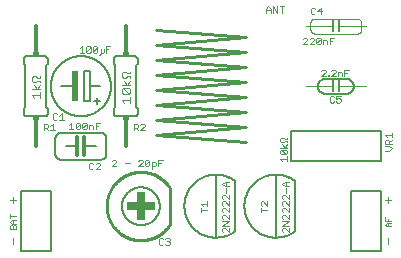
<source format=gto>
G75*
%MOIN*%
%OFA0B0*%
%FSLAX25Y25*%
%IPPOS*%
%LPD*%
%AMOC8*
5,1,8,0,0,1.08239X$1,22.5*
%
%ADD10C,0.00500*%
%ADD11C,0.00300*%
%ADD12C,0.00200*%
%ADD13C,0.01000*%
%ADD14C,0.00600*%
%ADD15R,0.09449X0.02756*%
%ADD16R,0.02756X0.09449*%
%ADD17C,0.00400*%
%ADD18C,0.00100*%
%ADD19R,0.01000X0.04000*%
%ADD20R,0.02000X0.01500*%
%ADD21C,0.01200*%
%ADD22R,0.02000X0.10000*%
D10*
X0006000Y0006000D02*
X0016000Y0006000D01*
X0016000Y0026000D01*
X0006000Y0026000D01*
X0006000Y0006000D01*
X0071000Y0010512D02*
X0071000Y0031488D01*
X0077500Y0029248D02*
X0077500Y0012752D01*
X0075472Y0030500D02*
X0075207Y0030613D01*
X0074939Y0030719D01*
X0074669Y0030818D01*
X0074396Y0030911D01*
X0074121Y0030997D01*
X0073844Y0031076D01*
X0073566Y0031149D01*
X0073285Y0031214D01*
X0073003Y0031273D01*
X0072720Y0031325D01*
X0072435Y0031370D01*
X0072149Y0031407D01*
X0071863Y0031438D01*
X0071576Y0031462D01*
X0071288Y0031479D01*
X0071000Y0031488D01*
X0075472Y0011500D02*
X0075207Y0011387D01*
X0074939Y0011281D01*
X0074669Y0011182D01*
X0074396Y0011089D01*
X0074121Y0011003D01*
X0073844Y0010924D01*
X0073566Y0010851D01*
X0073285Y0010786D01*
X0073003Y0010727D01*
X0072720Y0010675D01*
X0072435Y0010630D01*
X0072149Y0010593D01*
X0071863Y0010562D01*
X0071576Y0010538D01*
X0071288Y0010521D01*
X0071000Y0010512D01*
X0070768Y0010509D01*
X0070537Y0010511D01*
X0070306Y0010519D01*
X0070075Y0010533D01*
X0069845Y0010552D01*
X0069615Y0010577D01*
X0069386Y0010608D01*
X0069157Y0010644D01*
X0068930Y0010685D01*
X0068703Y0010732D01*
X0068478Y0010785D01*
X0068254Y0010843D01*
X0068032Y0010907D01*
X0067811Y0010976D01*
X0067592Y0011050D01*
X0067375Y0011130D01*
X0067160Y0011215D01*
X0066947Y0011305D01*
X0066736Y0011400D01*
X0066528Y0011500D01*
X0075472Y0011498D02*
X0075687Y0011602D01*
X0075900Y0011711D01*
X0076110Y0011825D01*
X0076317Y0011944D01*
X0076522Y0012067D01*
X0076724Y0012195D01*
X0076923Y0012328D01*
X0077118Y0012465D01*
X0077311Y0012606D01*
X0077500Y0012752D01*
X0066528Y0011500D02*
X0066298Y0011612D01*
X0066071Y0011729D01*
X0065847Y0011851D01*
X0065626Y0011979D01*
X0065409Y0012113D01*
X0065194Y0012251D01*
X0064983Y0012395D01*
X0064776Y0012544D01*
X0064572Y0012698D01*
X0064372Y0012856D01*
X0064176Y0013020D01*
X0063984Y0013188D01*
X0063796Y0013361D01*
X0063612Y0013539D01*
X0063433Y0013720D01*
X0063258Y0013907D01*
X0063088Y0014097D01*
X0062923Y0014291D01*
X0062762Y0014490D01*
X0062606Y0014692D01*
X0062455Y0014898D01*
X0062309Y0015108D01*
X0062169Y0015321D01*
X0062033Y0015537D01*
X0061903Y0015757D01*
X0061778Y0015980D01*
X0061659Y0016205D01*
X0061545Y0016434D01*
X0061437Y0016665D01*
X0061334Y0016899D01*
X0061237Y0017135D01*
X0061146Y0017374D01*
X0061061Y0017614D01*
X0060981Y0017857D01*
X0060908Y0018102D01*
X0060840Y0018348D01*
X0060779Y0018596D01*
X0060724Y0018845D01*
X0060674Y0019095D01*
X0060631Y0019347D01*
X0060594Y0019600D01*
X0060563Y0019853D01*
X0060538Y0020107D01*
X0060519Y0020362D01*
X0060507Y0020617D01*
X0060501Y0020872D01*
X0060501Y0021128D01*
X0060507Y0021383D01*
X0060519Y0021638D01*
X0060538Y0021893D01*
X0060563Y0022147D01*
X0060594Y0022400D01*
X0060631Y0022653D01*
X0060674Y0022905D01*
X0060724Y0023155D01*
X0060779Y0023404D01*
X0060840Y0023652D01*
X0060908Y0023898D01*
X0060981Y0024143D01*
X0061061Y0024386D01*
X0061146Y0024626D01*
X0061237Y0024865D01*
X0061334Y0025101D01*
X0061437Y0025335D01*
X0061545Y0025566D01*
X0061659Y0025795D01*
X0061778Y0026020D01*
X0061903Y0026243D01*
X0062033Y0026463D01*
X0062169Y0026679D01*
X0062309Y0026892D01*
X0062455Y0027102D01*
X0062606Y0027308D01*
X0062762Y0027510D01*
X0062923Y0027709D01*
X0063088Y0027903D01*
X0063258Y0028093D01*
X0063433Y0028280D01*
X0063612Y0028461D01*
X0063796Y0028639D01*
X0063984Y0028812D01*
X0064176Y0028980D01*
X0064372Y0029144D01*
X0064572Y0029302D01*
X0064776Y0029456D01*
X0064983Y0029605D01*
X0065194Y0029749D01*
X0065409Y0029887D01*
X0065626Y0030021D01*
X0065847Y0030149D01*
X0066071Y0030271D01*
X0066298Y0030388D01*
X0066528Y0030500D01*
X0066736Y0030600D01*
X0066947Y0030695D01*
X0067160Y0030785D01*
X0067375Y0030870D01*
X0067592Y0030950D01*
X0067811Y0031024D01*
X0068032Y0031093D01*
X0068254Y0031157D01*
X0068478Y0031215D01*
X0068703Y0031268D01*
X0068930Y0031315D01*
X0069157Y0031356D01*
X0069386Y0031392D01*
X0069615Y0031423D01*
X0069845Y0031448D01*
X0070075Y0031467D01*
X0070306Y0031481D01*
X0070537Y0031489D01*
X0070768Y0031491D01*
X0071000Y0031488D01*
X0075378Y0030546D02*
X0075603Y0030439D01*
X0075826Y0030327D01*
X0076046Y0030210D01*
X0076263Y0030088D01*
X0076478Y0029960D01*
X0076689Y0029827D01*
X0076897Y0029690D01*
X0077101Y0029547D01*
X0077303Y0029400D01*
X0077500Y0029248D01*
X0091000Y0031488D02*
X0091000Y0010512D01*
X0097500Y0012752D02*
X0097500Y0029248D01*
X0096000Y0036000D02*
X0126000Y0036000D01*
X0126000Y0046000D01*
X0096000Y0046000D01*
X0096000Y0036000D01*
X0116000Y0026000D02*
X0116000Y0006000D01*
X0126000Y0006000D01*
X0126000Y0026000D01*
X0116000Y0026000D01*
X0086528Y0030500D02*
X0086298Y0030388D01*
X0086071Y0030271D01*
X0085847Y0030149D01*
X0085626Y0030021D01*
X0085409Y0029887D01*
X0085194Y0029749D01*
X0084983Y0029605D01*
X0084776Y0029456D01*
X0084572Y0029302D01*
X0084372Y0029144D01*
X0084176Y0028980D01*
X0083984Y0028812D01*
X0083796Y0028639D01*
X0083612Y0028461D01*
X0083433Y0028280D01*
X0083258Y0028093D01*
X0083088Y0027903D01*
X0082923Y0027709D01*
X0082762Y0027510D01*
X0082606Y0027308D01*
X0082455Y0027102D01*
X0082309Y0026892D01*
X0082169Y0026679D01*
X0082033Y0026463D01*
X0081903Y0026243D01*
X0081778Y0026020D01*
X0081659Y0025795D01*
X0081545Y0025566D01*
X0081437Y0025335D01*
X0081334Y0025101D01*
X0081237Y0024865D01*
X0081146Y0024626D01*
X0081061Y0024386D01*
X0080981Y0024143D01*
X0080908Y0023898D01*
X0080840Y0023652D01*
X0080779Y0023404D01*
X0080724Y0023155D01*
X0080674Y0022905D01*
X0080631Y0022653D01*
X0080594Y0022400D01*
X0080563Y0022147D01*
X0080538Y0021893D01*
X0080519Y0021638D01*
X0080507Y0021383D01*
X0080501Y0021128D01*
X0080501Y0020872D01*
X0080507Y0020617D01*
X0080519Y0020362D01*
X0080538Y0020107D01*
X0080563Y0019853D01*
X0080594Y0019600D01*
X0080631Y0019347D01*
X0080674Y0019095D01*
X0080724Y0018845D01*
X0080779Y0018596D01*
X0080840Y0018348D01*
X0080908Y0018102D01*
X0080981Y0017857D01*
X0081061Y0017614D01*
X0081146Y0017374D01*
X0081237Y0017135D01*
X0081334Y0016899D01*
X0081437Y0016665D01*
X0081545Y0016434D01*
X0081659Y0016205D01*
X0081778Y0015980D01*
X0081903Y0015757D01*
X0082033Y0015537D01*
X0082169Y0015321D01*
X0082309Y0015108D01*
X0082455Y0014898D01*
X0082606Y0014692D01*
X0082762Y0014490D01*
X0082923Y0014291D01*
X0083088Y0014097D01*
X0083258Y0013907D01*
X0083433Y0013720D01*
X0083612Y0013539D01*
X0083796Y0013361D01*
X0083984Y0013188D01*
X0084176Y0013020D01*
X0084372Y0012856D01*
X0084572Y0012698D01*
X0084776Y0012544D01*
X0084983Y0012395D01*
X0085194Y0012251D01*
X0085409Y0012113D01*
X0085626Y0011979D01*
X0085847Y0011851D01*
X0086071Y0011729D01*
X0086298Y0011612D01*
X0086528Y0011500D01*
X0091000Y0031488D02*
X0091288Y0031479D01*
X0091576Y0031462D01*
X0091863Y0031438D01*
X0092149Y0031407D01*
X0092435Y0031370D01*
X0092720Y0031325D01*
X0093003Y0031273D01*
X0093285Y0031214D01*
X0093566Y0031149D01*
X0093844Y0031076D01*
X0094121Y0030997D01*
X0094396Y0030911D01*
X0094669Y0030818D01*
X0094939Y0030719D01*
X0095207Y0030613D01*
X0095472Y0030500D01*
X0095472Y0011500D02*
X0095207Y0011387D01*
X0094939Y0011281D01*
X0094669Y0011182D01*
X0094396Y0011089D01*
X0094121Y0011003D01*
X0093844Y0010924D01*
X0093566Y0010851D01*
X0093285Y0010786D01*
X0093003Y0010727D01*
X0092720Y0010675D01*
X0092435Y0010630D01*
X0092149Y0010593D01*
X0091863Y0010562D01*
X0091576Y0010538D01*
X0091288Y0010521D01*
X0091000Y0010512D01*
X0090768Y0010509D01*
X0090537Y0010511D01*
X0090306Y0010519D01*
X0090075Y0010533D01*
X0089845Y0010552D01*
X0089615Y0010577D01*
X0089386Y0010608D01*
X0089157Y0010644D01*
X0088930Y0010685D01*
X0088703Y0010732D01*
X0088478Y0010785D01*
X0088254Y0010843D01*
X0088032Y0010907D01*
X0087811Y0010976D01*
X0087592Y0011050D01*
X0087375Y0011130D01*
X0087160Y0011215D01*
X0086947Y0011305D01*
X0086736Y0011400D01*
X0086528Y0011500D01*
X0095472Y0011498D02*
X0095687Y0011602D01*
X0095900Y0011711D01*
X0096110Y0011825D01*
X0096317Y0011944D01*
X0096522Y0012067D01*
X0096724Y0012195D01*
X0096923Y0012328D01*
X0097118Y0012465D01*
X0097311Y0012606D01*
X0097500Y0012752D01*
X0097500Y0029248D02*
X0097303Y0029400D01*
X0097101Y0029547D01*
X0096897Y0029690D01*
X0096689Y0029827D01*
X0096478Y0029960D01*
X0096263Y0030088D01*
X0096046Y0030210D01*
X0095826Y0030327D01*
X0095603Y0030439D01*
X0095378Y0030546D01*
X0091000Y0031488D02*
X0090768Y0031491D01*
X0090537Y0031489D01*
X0090306Y0031481D01*
X0090075Y0031467D01*
X0089845Y0031448D01*
X0089615Y0031423D01*
X0089386Y0031392D01*
X0089157Y0031356D01*
X0088930Y0031315D01*
X0088703Y0031268D01*
X0088478Y0031215D01*
X0088254Y0031157D01*
X0088032Y0031093D01*
X0087811Y0031024D01*
X0087592Y0030950D01*
X0087375Y0030870D01*
X0087160Y0030785D01*
X0086947Y0030695D01*
X0086736Y0030600D01*
X0086528Y0030500D01*
X0107500Y0058500D02*
X0114500Y0058500D01*
X0114598Y0058502D01*
X0114696Y0058508D01*
X0114794Y0058517D01*
X0114891Y0058531D01*
X0114988Y0058548D01*
X0115084Y0058569D01*
X0115179Y0058594D01*
X0115273Y0058622D01*
X0115365Y0058655D01*
X0115457Y0058690D01*
X0115547Y0058730D01*
X0115635Y0058772D01*
X0115722Y0058819D01*
X0115806Y0058868D01*
X0115889Y0058921D01*
X0115969Y0058977D01*
X0116048Y0059037D01*
X0116124Y0059099D01*
X0116197Y0059164D01*
X0116268Y0059232D01*
X0116336Y0059303D01*
X0116401Y0059376D01*
X0116463Y0059452D01*
X0116523Y0059531D01*
X0116579Y0059611D01*
X0116632Y0059694D01*
X0116681Y0059778D01*
X0116728Y0059865D01*
X0116770Y0059953D01*
X0116810Y0060043D01*
X0116845Y0060135D01*
X0116878Y0060227D01*
X0116906Y0060321D01*
X0116931Y0060416D01*
X0116952Y0060512D01*
X0116969Y0060609D01*
X0116983Y0060706D01*
X0116992Y0060804D01*
X0116998Y0060902D01*
X0117000Y0061000D01*
X0116998Y0061098D01*
X0116992Y0061196D01*
X0116983Y0061294D01*
X0116969Y0061391D01*
X0116952Y0061488D01*
X0116931Y0061584D01*
X0116906Y0061679D01*
X0116878Y0061773D01*
X0116845Y0061865D01*
X0116810Y0061957D01*
X0116770Y0062047D01*
X0116728Y0062135D01*
X0116681Y0062222D01*
X0116632Y0062306D01*
X0116579Y0062389D01*
X0116523Y0062469D01*
X0116463Y0062548D01*
X0116401Y0062624D01*
X0116336Y0062697D01*
X0116268Y0062768D01*
X0116197Y0062836D01*
X0116124Y0062901D01*
X0116048Y0062963D01*
X0115969Y0063023D01*
X0115889Y0063079D01*
X0115806Y0063132D01*
X0115722Y0063181D01*
X0115635Y0063228D01*
X0115547Y0063270D01*
X0115457Y0063310D01*
X0115365Y0063345D01*
X0115273Y0063378D01*
X0115179Y0063406D01*
X0115084Y0063431D01*
X0114988Y0063452D01*
X0114891Y0063469D01*
X0114794Y0063483D01*
X0114696Y0063492D01*
X0114598Y0063498D01*
X0114500Y0063500D01*
X0107500Y0063500D01*
X0107402Y0063498D01*
X0107304Y0063492D01*
X0107206Y0063483D01*
X0107109Y0063469D01*
X0107012Y0063452D01*
X0106916Y0063431D01*
X0106821Y0063406D01*
X0106727Y0063378D01*
X0106635Y0063345D01*
X0106543Y0063310D01*
X0106453Y0063270D01*
X0106365Y0063228D01*
X0106278Y0063181D01*
X0106194Y0063132D01*
X0106111Y0063079D01*
X0106031Y0063023D01*
X0105952Y0062963D01*
X0105876Y0062901D01*
X0105803Y0062836D01*
X0105732Y0062768D01*
X0105664Y0062697D01*
X0105599Y0062624D01*
X0105537Y0062548D01*
X0105477Y0062469D01*
X0105421Y0062389D01*
X0105368Y0062306D01*
X0105319Y0062222D01*
X0105272Y0062135D01*
X0105230Y0062047D01*
X0105190Y0061957D01*
X0105155Y0061865D01*
X0105122Y0061773D01*
X0105094Y0061679D01*
X0105069Y0061584D01*
X0105048Y0061488D01*
X0105031Y0061391D01*
X0105017Y0061294D01*
X0105008Y0061196D01*
X0105002Y0061098D01*
X0105000Y0061000D01*
X0105002Y0060902D01*
X0105008Y0060804D01*
X0105017Y0060706D01*
X0105031Y0060609D01*
X0105048Y0060512D01*
X0105069Y0060416D01*
X0105094Y0060321D01*
X0105122Y0060227D01*
X0105155Y0060135D01*
X0105190Y0060043D01*
X0105230Y0059953D01*
X0105272Y0059865D01*
X0105319Y0059778D01*
X0105368Y0059694D01*
X0105421Y0059611D01*
X0105477Y0059531D01*
X0105537Y0059452D01*
X0105599Y0059376D01*
X0105664Y0059303D01*
X0105732Y0059232D01*
X0105803Y0059164D01*
X0105876Y0059099D01*
X0105952Y0059037D01*
X0106031Y0058977D01*
X0106111Y0058921D01*
X0106194Y0058868D01*
X0106278Y0058819D01*
X0106365Y0058772D01*
X0106453Y0058730D01*
X0106543Y0058690D01*
X0106635Y0058655D01*
X0106727Y0058622D01*
X0106821Y0058594D01*
X0106916Y0058569D01*
X0107012Y0058548D01*
X0107109Y0058531D01*
X0107206Y0058517D01*
X0107304Y0058508D01*
X0107402Y0058502D01*
X0107500Y0058500D01*
X0114500Y0058500D02*
X0114598Y0058502D01*
X0114696Y0058508D01*
X0114794Y0058517D01*
X0114891Y0058531D01*
X0114988Y0058548D01*
X0115084Y0058569D01*
X0115179Y0058594D01*
X0115273Y0058622D01*
X0115365Y0058655D01*
X0115457Y0058690D01*
X0115547Y0058730D01*
X0115635Y0058772D01*
X0115722Y0058819D01*
X0115806Y0058868D01*
X0115889Y0058921D01*
X0115969Y0058977D01*
X0116048Y0059037D01*
X0116124Y0059099D01*
X0116197Y0059164D01*
X0116268Y0059232D01*
X0116336Y0059303D01*
X0116401Y0059376D01*
X0116463Y0059452D01*
X0116523Y0059531D01*
X0116579Y0059611D01*
X0116632Y0059694D01*
X0116681Y0059778D01*
X0116728Y0059865D01*
X0116770Y0059953D01*
X0116810Y0060043D01*
X0116845Y0060135D01*
X0116878Y0060227D01*
X0116906Y0060321D01*
X0116931Y0060416D01*
X0116952Y0060512D01*
X0116969Y0060609D01*
X0116983Y0060706D01*
X0116992Y0060804D01*
X0116998Y0060902D01*
X0117000Y0061000D01*
D11*
X0121000Y0061000D02*
X0112500Y0061000D01*
X0109450Y0061000D02*
X0101000Y0061000D01*
X0128375Y0024000D02*
X0128375Y0022000D01*
X0127375Y0023000D02*
X0129375Y0023000D01*
X0128375Y0010250D02*
X0128375Y0008250D01*
X0042450Y0055503D02*
X0042450Y0057437D01*
X0042450Y0056470D02*
X0039548Y0056470D01*
X0040515Y0055503D01*
X0040031Y0058449D02*
X0039548Y0058933D01*
X0039548Y0059900D01*
X0040031Y0060384D01*
X0041966Y0058449D01*
X0042450Y0058933D01*
X0042450Y0059900D01*
X0041966Y0060384D01*
X0040031Y0060384D01*
X0039548Y0061396D02*
X0042450Y0061396D01*
X0041483Y0061396D02*
X0040515Y0062847D01*
X0040031Y0063851D02*
X0039548Y0064335D01*
X0039548Y0065302D01*
X0040031Y0065786D01*
X0040999Y0065786D01*
X0041483Y0065302D01*
X0042450Y0065302D01*
X0042450Y0065786D01*
X0042450Y0064335D02*
X0041483Y0064335D01*
X0040999Y0063851D01*
X0040031Y0063851D01*
X0042450Y0063851D02*
X0042450Y0064335D01*
X0042450Y0062847D02*
X0041483Y0061396D01*
X0041966Y0058449D02*
X0040031Y0058449D01*
X0012450Y0058911D02*
X0012450Y0056976D01*
X0012450Y0057943D02*
X0009548Y0057943D01*
X0010515Y0056976D01*
X0009548Y0059922D02*
X0012450Y0059922D01*
X0011483Y0059922D02*
X0010515Y0061374D01*
X0010031Y0062378D02*
X0009548Y0062861D01*
X0009548Y0063829D01*
X0010031Y0064313D01*
X0010999Y0064313D01*
X0011483Y0063829D01*
X0012450Y0063829D01*
X0012450Y0064313D01*
X0012450Y0062861D02*
X0011483Y0062861D01*
X0010999Y0062378D01*
X0010031Y0062378D01*
X0012450Y0062378D02*
X0012450Y0062861D01*
X0012450Y0061374D02*
X0011483Y0059922D01*
X0003375Y0024000D02*
X0003375Y0022000D01*
X0002375Y0023000D02*
X0004375Y0023000D01*
X0003375Y0010250D02*
X0003375Y0008250D01*
D12*
X0003374Y0013338D02*
X0003374Y0014238D01*
X0003674Y0014539D01*
X0003975Y0014539D01*
X0004275Y0014238D01*
X0004275Y0013338D01*
X0002473Y0013338D01*
X0002473Y0014238D01*
X0002774Y0014539D01*
X0003074Y0014539D01*
X0003374Y0014238D01*
X0003374Y0015179D02*
X0003374Y0016380D01*
X0003074Y0016380D02*
X0004275Y0016380D01*
X0003074Y0016380D02*
X0002473Y0015780D01*
X0003074Y0015179D01*
X0004275Y0015179D01*
X0004275Y0017621D02*
X0002473Y0017621D01*
X0002473Y0017021D02*
X0002473Y0018222D01*
X0028680Y0033567D02*
X0029047Y0033200D01*
X0029781Y0033200D01*
X0030148Y0033567D01*
X0030890Y0033200D02*
X0032358Y0034668D01*
X0032358Y0035035D01*
X0031991Y0035402D01*
X0031257Y0035402D01*
X0030890Y0035035D01*
X0030148Y0035035D02*
X0029781Y0035402D01*
X0029047Y0035402D01*
X0028680Y0035035D01*
X0028680Y0033567D01*
X0030890Y0033200D02*
X0032358Y0033200D01*
X0036336Y0034210D02*
X0037804Y0035678D01*
X0037804Y0036045D01*
X0037437Y0036412D01*
X0036703Y0036412D01*
X0036336Y0036045D01*
X0036336Y0034210D02*
X0037804Y0034210D01*
X0040756Y0035311D02*
X0042224Y0035311D01*
X0045176Y0036045D02*
X0045543Y0036412D01*
X0046277Y0036412D01*
X0046644Y0036045D01*
X0046644Y0035678D01*
X0045176Y0034210D01*
X0046644Y0034210D01*
X0047386Y0034577D02*
X0048854Y0036045D01*
X0048854Y0034577D01*
X0048487Y0034210D01*
X0047753Y0034210D01*
X0047386Y0034577D01*
X0047386Y0036045D01*
X0047753Y0036412D01*
X0048487Y0036412D01*
X0048854Y0036045D01*
X0049595Y0035678D02*
X0050696Y0035678D01*
X0051063Y0035311D01*
X0051063Y0034577D01*
X0050696Y0034210D01*
X0049595Y0034210D01*
X0049595Y0033476D02*
X0049595Y0035678D01*
X0051805Y0035311D02*
X0052539Y0035311D01*
X0051805Y0034210D02*
X0051805Y0036412D01*
X0053273Y0036412D01*
X0047278Y0046200D02*
X0045810Y0046200D01*
X0047278Y0047668D01*
X0047278Y0048035D01*
X0046911Y0048402D01*
X0046177Y0048402D01*
X0045810Y0048035D01*
X0045068Y0048035D02*
X0045068Y0047301D01*
X0044701Y0046934D01*
X0043600Y0046934D01*
X0044334Y0046934D02*
X0045068Y0046200D01*
X0043600Y0046200D02*
X0043600Y0048402D01*
X0044701Y0048402D01*
X0045068Y0048035D01*
X0032358Y0048802D02*
X0030890Y0048802D01*
X0030890Y0046600D01*
X0030148Y0046600D02*
X0030148Y0047701D01*
X0029781Y0048068D01*
X0028680Y0048068D01*
X0028680Y0046600D01*
X0027938Y0046967D02*
X0027571Y0046600D01*
X0026837Y0046600D01*
X0026470Y0046967D01*
X0027938Y0048435D01*
X0027938Y0046967D01*
X0026470Y0046967D02*
X0026470Y0048435D01*
X0026837Y0048802D01*
X0027571Y0048802D01*
X0027938Y0048435D01*
X0025728Y0048435D02*
X0025728Y0046967D01*
X0025361Y0046600D01*
X0024627Y0046600D01*
X0024260Y0046967D01*
X0025728Y0048435D01*
X0025361Y0048802D01*
X0024627Y0048802D01*
X0024260Y0048435D01*
X0024260Y0046967D01*
X0023518Y0046600D02*
X0022051Y0046600D01*
X0022785Y0046600D02*
X0022785Y0048802D01*
X0022051Y0048068D01*
X0020278Y0049700D02*
X0018810Y0049700D01*
X0019544Y0049700D02*
X0019544Y0051902D01*
X0018810Y0051168D01*
X0018068Y0051535D02*
X0017701Y0051902D01*
X0016967Y0051902D01*
X0016600Y0051535D01*
X0016600Y0050067D01*
X0016967Y0049700D01*
X0017701Y0049700D01*
X0018068Y0050067D01*
X0016544Y0048402D02*
X0016544Y0046200D01*
X0015810Y0046200D02*
X0017278Y0046200D01*
X0015810Y0047668D02*
X0016544Y0048402D01*
X0015068Y0048035D02*
X0015068Y0047301D01*
X0014701Y0046934D01*
X0013600Y0046934D01*
X0014334Y0046934D02*
X0015068Y0046200D01*
X0013600Y0046200D02*
X0013600Y0048402D01*
X0014701Y0048402D01*
X0015068Y0048035D01*
X0030890Y0047701D02*
X0031624Y0047701D01*
X0032180Y0071366D02*
X0032547Y0071733D01*
X0032547Y0072467D01*
X0032914Y0072100D01*
X0033281Y0072100D01*
X0033648Y0072467D01*
X0033648Y0073201D01*
X0034390Y0073201D02*
X0035124Y0073201D01*
X0034390Y0072100D02*
X0034390Y0074302D01*
X0035858Y0074302D01*
X0032547Y0073201D02*
X0032547Y0072467D01*
X0031438Y0072467D02*
X0031071Y0072100D01*
X0030337Y0072100D01*
X0029970Y0072467D01*
X0031438Y0073935D01*
X0031438Y0072467D01*
X0029970Y0072467D02*
X0029970Y0073935D01*
X0030337Y0074302D01*
X0031071Y0074302D01*
X0031438Y0073935D01*
X0029228Y0073935D02*
X0029228Y0072467D01*
X0028861Y0072100D01*
X0028127Y0072100D01*
X0027760Y0072467D01*
X0029228Y0073935D01*
X0028861Y0074302D01*
X0028127Y0074302D01*
X0027760Y0073935D01*
X0027760Y0072467D01*
X0027018Y0072100D02*
X0025551Y0072100D01*
X0026285Y0072100D02*
X0026285Y0074302D01*
X0025551Y0073568D01*
X0087785Y0085350D02*
X0087785Y0086818D01*
X0088519Y0087552D01*
X0089253Y0086818D01*
X0089253Y0085350D01*
X0089995Y0085350D02*
X0089995Y0087552D01*
X0091463Y0085350D01*
X0091463Y0087552D01*
X0092205Y0087552D02*
X0093673Y0087552D01*
X0092939Y0087552D02*
X0092939Y0085350D01*
X0089253Y0086451D02*
X0087785Y0086451D01*
X0100051Y0076735D02*
X0100418Y0077102D01*
X0101152Y0077102D01*
X0101518Y0076735D01*
X0101518Y0076368D01*
X0100051Y0074900D01*
X0101518Y0074900D01*
X0102260Y0074900D02*
X0103728Y0076368D01*
X0103728Y0076735D01*
X0103361Y0077102D01*
X0102627Y0077102D01*
X0102260Y0076735D01*
X0102260Y0074900D02*
X0103728Y0074900D01*
X0104470Y0075267D02*
X0105938Y0076735D01*
X0105938Y0075267D01*
X0105571Y0074900D01*
X0104837Y0074900D01*
X0104470Y0075267D01*
X0104470Y0076735D01*
X0104837Y0077102D01*
X0105571Y0077102D01*
X0105938Y0076735D01*
X0106680Y0076368D02*
X0107781Y0076368D01*
X0108148Y0076001D01*
X0108148Y0074900D01*
X0108890Y0074900D02*
X0108890Y0077102D01*
X0110358Y0077102D01*
X0109624Y0076001D02*
X0108890Y0076001D01*
X0106680Y0076368D02*
X0106680Y0074900D01*
X0106495Y0066502D02*
X0106128Y0066135D01*
X0106495Y0066502D02*
X0107229Y0066502D01*
X0107596Y0066135D01*
X0107596Y0065768D01*
X0106128Y0064300D01*
X0107596Y0064300D01*
X0108338Y0064300D02*
X0108338Y0064667D01*
X0108705Y0064667D01*
X0108705Y0064300D01*
X0108338Y0064300D01*
X0109443Y0064300D02*
X0110910Y0065768D01*
X0110910Y0066135D01*
X0110544Y0066502D01*
X0109810Y0066502D01*
X0109443Y0066135D01*
X0109443Y0064300D02*
X0110910Y0064300D01*
X0111652Y0064300D02*
X0111652Y0065768D01*
X0112753Y0065768D01*
X0113120Y0065401D01*
X0113120Y0064300D01*
X0113862Y0064300D02*
X0113862Y0066502D01*
X0115330Y0066502D01*
X0114596Y0065401D02*
X0113862Y0065401D01*
X0112568Y0057702D02*
X0111100Y0057702D01*
X0111100Y0056601D01*
X0111834Y0056968D01*
X0112201Y0056968D01*
X0112568Y0056601D01*
X0112568Y0055867D01*
X0112201Y0055500D01*
X0111467Y0055500D01*
X0111100Y0055867D01*
X0110358Y0055867D02*
X0109991Y0055500D01*
X0109257Y0055500D01*
X0108890Y0055867D01*
X0108890Y0057335D01*
X0109257Y0057702D01*
X0109991Y0057702D01*
X0110358Y0057335D01*
X0127348Y0044624D02*
X0129550Y0044624D01*
X0129550Y0043890D02*
X0129550Y0045358D01*
X0128082Y0043890D02*
X0127348Y0044624D01*
X0127715Y0043148D02*
X0128449Y0043148D01*
X0128816Y0042781D01*
X0128816Y0041680D01*
X0129550Y0041680D02*
X0127348Y0041680D01*
X0127348Y0042781D01*
X0127715Y0043148D01*
X0128816Y0042414D02*
X0129550Y0043148D01*
X0128816Y0040938D02*
X0127348Y0040938D01*
X0127348Y0039470D02*
X0128816Y0039470D01*
X0129550Y0040204D01*
X0128816Y0040938D01*
X0095350Y0029198D02*
X0093882Y0029198D01*
X0093148Y0028464D01*
X0093882Y0027730D01*
X0095350Y0027730D01*
X0094249Y0027730D02*
X0094249Y0029198D01*
X0094249Y0026988D02*
X0094249Y0025520D01*
X0093882Y0024778D02*
X0093515Y0024778D01*
X0093148Y0024411D01*
X0093148Y0023677D01*
X0093515Y0023310D01*
X0093515Y0022568D02*
X0093148Y0022201D01*
X0093148Y0021467D01*
X0093515Y0021100D01*
X0093515Y0020358D02*
X0093148Y0019991D01*
X0093148Y0019257D01*
X0093515Y0018890D01*
X0093515Y0018148D02*
X0093148Y0017781D01*
X0093148Y0017047D01*
X0093515Y0016680D01*
X0093148Y0015938D02*
X0095350Y0015938D01*
X0093148Y0014470D01*
X0095350Y0014470D01*
X0095350Y0013728D02*
X0095350Y0012260D01*
X0093882Y0013728D01*
X0093515Y0013728D01*
X0093148Y0013361D01*
X0093148Y0012627D01*
X0093515Y0012260D01*
X0095350Y0016680D02*
X0093882Y0018148D01*
X0093515Y0018148D01*
X0095350Y0018148D02*
X0095350Y0016680D01*
X0095350Y0018890D02*
X0093882Y0020358D01*
X0093515Y0020358D01*
X0095350Y0020358D02*
X0095350Y0018890D01*
X0095350Y0021100D02*
X0093882Y0022568D01*
X0093515Y0022568D01*
X0095350Y0022568D02*
X0095350Y0021100D01*
X0095350Y0023310D02*
X0093882Y0024778D01*
X0095350Y0024778D02*
X0095350Y0023310D01*
X0088100Y0022568D02*
X0088100Y0021100D01*
X0086632Y0022568D01*
X0086265Y0022568D01*
X0085898Y0022201D01*
X0085898Y0021467D01*
X0086265Y0021100D01*
X0085898Y0020358D02*
X0085898Y0018890D01*
X0085898Y0019624D02*
X0088100Y0019624D01*
X0075350Y0018890D02*
X0073882Y0020358D01*
X0073515Y0020358D01*
X0073148Y0019991D01*
X0073148Y0019257D01*
X0073515Y0018890D01*
X0073515Y0018148D02*
X0073148Y0017781D01*
X0073148Y0017047D01*
X0073515Y0016680D01*
X0073148Y0015938D02*
X0075350Y0015938D01*
X0073148Y0014470D01*
X0075350Y0014470D01*
X0075350Y0013728D02*
X0075350Y0012260D01*
X0073882Y0013728D01*
X0073515Y0013728D01*
X0073148Y0013361D01*
X0073148Y0012627D01*
X0073515Y0012260D01*
X0075350Y0016680D02*
X0073882Y0018148D01*
X0073515Y0018148D01*
X0075350Y0018148D02*
X0075350Y0016680D01*
X0075350Y0018890D02*
X0075350Y0020358D01*
X0075350Y0021100D02*
X0073882Y0022568D01*
X0073515Y0022568D01*
X0073148Y0022201D01*
X0073148Y0021467D01*
X0073515Y0021100D01*
X0075350Y0021100D02*
X0075350Y0022568D01*
X0075350Y0023310D02*
X0073882Y0024778D01*
X0073515Y0024778D01*
X0073148Y0024411D01*
X0073148Y0023677D01*
X0073515Y0023310D01*
X0075350Y0023310D02*
X0075350Y0024778D01*
X0074249Y0025520D02*
X0074249Y0026988D01*
X0074249Y0027730D02*
X0074249Y0029198D01*
X0073882Y0029198D02*
X0073148Y0028464D01*
X0073882Y0027730D01*
X0075350Y0027730D01*
X0075350Y0029198D02*
X0073882Y0029198D01*
X0068100Y0022568D02*
X0068100Y0021100D01*
X0068100Y0021834D02*
X0065898Y0021834D01*
X0066632Y0021100D01*
X0065898Y0020358D02*
X0065898Y0018890D01*
X0065898Y0019624D02*
X0068100Y0019624D01*
X0055594Y0009935D02*
X0055227Y0010302D01*
X0054493Y0010302D01*
X0054126Y0009935D01*
X0053384Y0009935D02*
X0053017Y0010302D01*
X0052283Y0010302D01*
X0051916Y0009935D01*
X0051916Y0008467D01*
X0052283Y0008100D01*
X0053017Y0008100D01*
X0053384Y0008467D01*
X0054126Y0008467D02*
X0054493Y0008100D01*
X0055227Y0008100D01*
X0055594Y0008467D01*
X0055594Y0008834D01*
X0055227Y0009201D01*
X0054860Y0009201D01*
X0055227Y0009201D02*
X0055594Y0009568D01*
X0055594Y0009935D01*
X0092448Y0036834D02*
X0093182Y0036100D01*
X0092448Y0036834D02*
X0094650Y0036834D01*
X0094650Y0036100D02*
X0094650Y0037568D01*
X0094283Y0038310D02*
X0092815Y0038310D01*
X0092448Y0038677D01*
X0092448Y0039411D01*
X0092815Y0039778D01*
X0094283Y0038310D01*
X0094650Y0038677D01*
X0094650Y0039411D01*
X0094283Y0039778D01*
X0092815Y0039778D01*
X0092448Y0040520D02*
X0094650Y0040520D01*
X0093916Y0040520D02*
X0093182Y0041621D01*
X0092815Y0042361D02*
X0092448Y0042728D01*
X0092448Y0043462D01*
X0092815Y0043829D01*
X0093549Y0043829D01*
X0093916Y0043462D01*
X0094650Y0043462D01*
X0094650Y0043829D01*
X0094650Y0042728D02*
X0093916Y0042728D01*
X0093549Y0042361D01*
X0092815Y0042361D01*
X0094650Y0042361D02*
X0094650Y0042728D01*
X0094650Y0041621D02*
X0093916Y0040520D01*
X0127473Y0017301D02*
X0127473Y0016100D01*
X0129275Y0016100D01*
X0129275Y0015459D02*
X0128074Y0015459D01*
X0127473Y0014859D01*
X0128074Y0014258D01*
X0129275Y0014258D01*
X0128374Y0014258D02*
X0128374Y0015459D01*
X0128374Y0016100D02*
X0128374Y0016701D01*
X0105911Y0084900D02*
X0105911Y0087102D01*
X0104810Y0086001D01*
X0106278Y0086001D01*
X0104068Y0086735D02*
X0103701Y0087102D01*
X0102967Y0087102D01*
X0102600Y0086735D01*
X0102600Y0085267D01*
X0102967Y0084900D01*
X0103701Y0084900D01*
X0104068Y0085267D01*
D13*
X0081000Y0077250D02*
X0051000Y0074750D01*
X0081000Y0072250D01*
X0051000Y0069750D01*
X0081000Y0067250D01*
X0051000Y0064750D01*
X0081000Y0062250D01*
X0051000Y0059750D01*
X0081000Y0057250D01*
X0051000Y0054750D01*
X0081000Y0052250D01*
X0051000Y0049750D01*
X0081000Y0047250D01*
X0051000Y0044750D01*
X0081000Y0042250D01*
X0055843Y0026709D02*
X0055843Y0015291D01*
X0035370Y0016866D02*
X0035275Y0017122D01*
X0035185Y0017380D01*
X0035101Y0017639D01*
X0035024Y0017901D01*
X0034953Y0018165D01*
X0034888Y0018430D01*
X0034830Y0018696D01*
X0034778Y0018964D01*
X0034733Y0019233D01*
X0034694Y0019503D01*
X0034661Y0019774D01*
X0034635Y0020046D01*
X0034615Y0020318D01*
X0034602Y0020591D01*
X0034596Y0020864D01*
X0034596Y0021136D01*
X0034602Y0021409D01*
X0034615Y0021682D01*
X0034635Y0021954D01*
X0034661Y0022226D01*
X0034694Y0022497D01*
X0034733Y0022767D01*
X0034778Y0023036D01*
X0034830Y0023304D01*
X0034888Y0023570D01*
X0034953Y0023835D01*
X0035024Y0024099D01*
X0035101Y0024361D01*
X0035185Y0024620D01*
X0035275Y0024878D01*
X0035370Y0025134D01*
X0035371Y0025134D02*
X0035475Y0025392D01*
X0035585Y0025647D01*
X0035701Y0025899D01*
X0035824Y0026149D01*
X0035953Y0026395D01*
X0036087Y0026638D01*
X0036228Y0026878D01*
X0036374Y0027114D01*
X0036526Y0027347D01*
X0036684Y0027576D01*
X0036847Y0027801D01*
X0037016Y0028022D01*
X0037190Y0028239D01*
X0037369Y0028451D01*
X0037554Y0028659D01*
X0037743Y0028863D01*
X0037937Y0029062D01*
X0038136Y0029256D01*
X0038340Y0029445D01*
X0038549Y0029629D01*
X0038761Y0029808D01*
X0038978Y0029981D01*
X0039200Y0030150D01*
X0039425Y0030312D01*
X0039654Y0030470D01*
X0039887Y0030621D01*
X0040124Y0030767D01*
X0040364Y0030907D01*
X0040607Y0031042D01*
X0040854Y0031170D01*
X0041104Y0031292D01*
X0041356Y0031408D01*
X0041612Y0031518D01*
X0041870Y0031622D01*
X0042130Y0031719D01*
X0042393Y0031810D01*
X0042658Y0031894D01*
X0042925Y0031972D01*
X0043193Y0032044D01*
X0043464Y0032108D01*
X0043735Y0032167D01*
X0044009Y0032218D01*
X0044283Y0032263D01*
X0044558Y0032301D01*
X0044834Y0032333D01*
X0045111Y0032357D01*
X0045389Y0032375D01*
X0045667Y0032387D01*
X0045944Y0032391D01*
X0046222Y0032389D01*
X0046500Y0032379D01*
X0046778Y0032363D01*
X0047055Y0032341D01*
X0047331Y0032311D01*
X0047607Y0032275D01*
X0047882Y0032232D01*
X0048155Y0032182D01*
X0048427Y0032126D01*
X0048698Y0032063D01*
X0048967Y0031994D01*
X0049235Y0031918D01*
X0049500Y0031835D01*
X0049764Y0031746D01*
X0050025Y0031651D01*
X0050283Y0031549D01*
X0050540Y0031441D01*
X0050793Y0031327D01*
X0051044Y0031206D01*
X0051291Y0031080D01*
X0051535Y0030947D01*
X0051777Y0030809D01*
X0052014Y0030665D01*
X0052248Y0030515D01*
X0052479Y0030359D01*
X0052705Y0030198D01*
X0052927Y0030031D01*
X0053146Y0029859D01*
X0053360Y0029681D01*
X0053569Y0029499D01*
X0053775Y0029311D01*
X0053975Y0029119D01*
X0054171Y0028921D01*
X0054362Y0028719D01*
X0054548Y0028512D01*
X0054728Y0028301D01*
X0054904Y0028086D01*
X0055074Y0027866D01*
X0055239Y0027642D01*
X0055398Y0027414D01*
X0055552Y0027183D01*
X0055700Y0026947D01*
X0055842Y0026708D01*
X0055842Y0015292D02*
X0055700Y0015053D01*
X0055552Y0014817D01*
X0055398Y0014586D01*
X0055239Y0014358D01*
X0055074Y0014134D01*
X0054904Y0013914D01*
X0054728Y0013699D01*
X0054548Y0013488D01*
X0054362Y0013281D01*
X0054171Y0013079D01*
X0053975Y0012881D01*
X0053775Y0012689D01*
X0053569Y0012501D01*
X0053360Y0012319D01*
X0053146Y0012141D01*
X0052927Y0011969D01*
X0052705Y0011802D01*
X0052479Y0011641D01*
X0052248Y0011485D01*
X0052014Y0011335D01*
X0051777Y0011191D01*
X0051535Y0011053D01*
X0051291Y0010920D01*
X0051044Y0010794D01*
X0050793Y0010673D01*
X0050540Y0010559D01*
X0050283Y0010451D01*
X0050025Y0010349D01*
X0049764Y0010254D01*
X0049500Y0010165D01*
X0049235Y0010082D01*
X0048967Y0010006D01*
X0048698Y0009937D01*
X0048427Y0009874D01*
X0048155Y0009818D01*
X0047882Y0009768D01*
X0047607Y0009725D01*
X0047331Y0009689D01*
X0047055Y0009659D01*
X0046778Y0009637D01*
X0046500Y0009621D01*
X0046222Y0009611D01*
X0045944Y0009609D01*
X0045667Y0009613D01*
X0045389Y0009625D01*
X0045111Y0009643D01*
X0044834Y0009667D01*
X0044558Y0009699D01*
X0044283Y0009737D01*
X0044009Y0009782D01*
X0043735Y0009833D01*
X0043464Y0009892D01*
X0043193Y0009956D01*
X0042925Y0010028D01*
X0042658Y0010106D01*
X0042393Y0010190D01*
X0042130Y0010281D01*
X0041870Y0010378D01*
X0041612Y0010482D01*
X0041356Y0010592D01*
X0041104Y0010708D01*
X0040854Y0010830D01*
X0040607Y0010958D01*
X0040364Y0011093D01*
X0040124Y0011233D01*
X0039887Y0011379D01*
X0039654Y0011530D01*
X0039425Y0011688D01*
X0039200Y0011850D01*
X0038978Y0012019D01*
X0038761Y0012192D01*
X0038549Y0012371D01*
X0038340Y0012555D01*
X0038136Y0012744D01*
X0037937Y0012938D01*
X0037743Y0013137D01*
X0037554Y0013341D01*
X0037369Y0013549D01*
X0037190Y0013761D01*
X0037016Y0013978D01*
X0036847Y0014199D01*
X0036684Y0014424D01*
X0036526Y0014653D01*
X0036374Y0014886D01*
X0036228Y0015122D01*
X0036087Y0015362D01*
X0035953Y0015605D01*
X0035824Y0015851D01*
X0035701Y0016101D01*
X0035585Y0016353D01*
X0035475Y0016608D01*
X0035371Y0016866D01*
X0051000Y0079750D02*
X0081000Y0077250D01*
D14*
X0045000Y0070000D02*
X0045000Y0068500D01*
X0044500Y0068000D01*
X0044500Y0054000D01*
X0045000Y0053500D01*
X0045000Y0052000D01*
X0044998Y0051940D01*
X0044993Y0051879D01*
X0044984Y0051820D01*
X0044971Y0051761D01*
X0044955Y0051702D01*
X0044935Y0051645D01*
X0044912Y0051590D01*
X0044885Y0051535D01*
X0044856Y0051483D01*
X0044823Y0051432D01*
X0044787Y0051383D01*
X0044749Y0051337D01*
X0044707Y0051293D01*
X0044663Y0051251D01*
X0044617Y0051213D01*
X0044568Y0051177D01*
X0044517Y0051144D01*
X0044465Y0051115D01*
X0044410Y0051088D01*
X0044355Y0051065D01*
X0044298Y0051045D01*
X0044239Y0051029D01*
X0044180Y0051016D01*
X0044121Y0051007D01*
X0044060Y0051002D01*
X0044000Y0051000D01*
X0038000Y0051000D01*
X0037940Y0051002D01*
X0037879Y0051007D01*
X0037820Y0051016D01*
X0037761Y0051029D01*
X0037702Y0051045D01*
X0037645Y0051065D01*
X0037590Y0051088D01*
X0037535Y0051115D01*
X0037483Y0051144D01*
X0037432Y0051177D01*
X0037383Y0051213D01*
X0037337Y0051251D01*
X0037293Y0051293D01*
X0037251Y0051337D01*
X0037213Y0051383D01*
X0037177Y0051432D01*
X0037144Y0051483D01*
X0037115Y0051535D01*
X0037088Y0051590D01*
X0037065Y0051645D01*
X0037045Y0051702D01*
X0037029Y0051761D01*
X0037016Y0051820D01*
X0037007Y0051879D01*
X0037002Y0051940D01*
X0037000Y0052000D01*
X0037000Y0053500D01*
X0037500Y0054000D01*
X0037500Y0068000D01*
X0037000Y0068500D01*
X0037000Y0070000D01*
X0037002Y0070060D01*
X0037007Y0070121D01*
X0037016Y0070180D01*
X0037029Y0070239D01*
X0037045Y0070298D01*
X0037065Y0070355D01*
X0037088Y0070410D01*
X0037115Y0070465D01*
X0037144Y0070517D01*
X0037177Y0070568D01*
X0037213Y0070617D01*
X0037251Y0070663D01*
X0037293Y0070707D01*
X0037337Y0070749D01*
X0037383Y0070787D01*
X0037432Y0070823D01*
X0037483Y0070856D01*
X0037535Y0070885D01*
X0037590Y0070912D01*
X0037645Y0070935D01*
X0037702Y0070955D01*
X0037761Y0070971D01*
X0037820Y0070984D01*
X0037879Y0070993D01*
X0037940Y0070998D01*
X0038000Y0071000D01*
X0044000Y0071000D01*
X0044060Y0070998D01*
X0044121Y0070993D01*
X0044180Y0070984D01*
X0044239Y0070971D01*
X0044298Y0070955D01*
X0044355Y0070935D01*
X0044410Y0070912D01*
X0044465Y0070885D01*
X0044517Y0070856D01*
X0044568Y0070823D01*
X0044617Y0070787D01*
X0044663Y0070749D01*
X0044707Y0070707D01*
X0044749Y0070663D01*
X0044787Y0070617D01*
X0044823Y0070568D01*
X0044856Y0070517D01*
X0044885Y0070465D01*
X0044912Y0070410D01*
X0044935Y0070355D01*
X0044955Y0070298D01*
X0044971Y0070239D01*
X0044984Y0070180D01*
X0044993Y0070121D01*
X0044998Y0070060D01*
X0045000Y0070000D01*
X0044998Y0070060D01*
X0044993Y0070121D01*
X0044984Y0070180D01*
X0044971Y0070239D01*
X0044955Y0070298D01*
X0044935Y0070355D01*
X0044912Y0070410D01*
X0044885Y0070465D01*
X0044856Y0070517D01*
X0044823Y0070568D01*
X0044787Y0070617D01*
X0044749Y0070663D01*
X0044707Y0070707D01*
X0044663Y0070749D01*
X0044617Y0070787D01*
X0044568Y0070823D01*
X0044517Y0070856D01*
X0044465Y0070885D01*
X0044410Y0070912D01*
X0044355Y0070935D01*
X0044298Y0070955D01*
X0044239Y0070971D01*
X0044180Y0070984D01*
X0044121Y0070993D01*
X0044060Y0070998D01*
X0044000Y0071000D01*
X0038000Y0071000D02*
X0037940Y0070998D01*
X0037879Y0070993D01*
X0037820Y0070984D01*
X0037761Y0070971D01*
X0037702Y0070955D01*
X0037645Y0070935D01*
X0037590Y0070912D01*
X0037535Y0070885D01*
X0037483Y0070856D01*
X0037432Y0070823D01*
X0037383Y0070787D01*
X0037337Y0070749D01*
X0037293Y0070707D01*
X0037251Y0070663D01*
X0037213Y0070617D01*
X0037177Y0070568D01*
X0037144Y0070517D01*
X0037115Y0070465D01*
X0037088Y0070410D01*
X0037065Y0070355D01*
X0037045Y0070298D01*
X0037029Y0070239D01*
X0037016Y0070180D01*
X0037007Y0070121D01*
X0037002Y0070060D01*
X0037000Y0070000D01*
X0029000Y0066000D02*
X0027000Y0066000D01*
X0027000Y0056000D01*
X0029000Y0056000D01*
X0029000Y0061000D01*
X0029000Y0066000D01*
X0029000Y0061000D02*
X0032500Y0061000D01*
X0031500Y0057000D02*
X0031500Y0056000D01*
X0031500Y0055000D01*
X0031500Y0056000D02*
X0030500Y0056000D01*
X0031500Y0056000D02*
X0032500Y0056000D01*
X0037000Y0052000D02*
X0037002Y0051940D01*
X0037007Y0051879D01*
X0037016Y0051820D01*
X0037029Y0051761D01*
X0037045Y0051702D01*
X0037065Y0051645D01*
X0037088Y0051590D01*
X0037115Y0051535D01*
X0037144Y0051483D01*
X0037177Y0051432D01*
X0037213Y0051383D01*
X0037251Y0051337D01*
X0037293Y0051293D01*
X0037337Y0051251D01*
X0037383Y0051213D01*
X0037432Y0051177D01*
X0037483Y0051144D01*
X0037535Y0051115D01*
X0037590Y0051088D01*
X0037645Y0051065D01*
X0037702Y0051045D01*
X0037761Y0051029D01*
X0037820Y0051016D01*
X0037879Y0051007D01*
X0037940Y0051002D01*
X0038000Y0051000D01*
X0044000Y0051000D02*
X0044060Y0051002D01*
X0044121Y0051007D01*
X0044180Y0051016D01*
X0044239Y0051029D01*
X0044298Y0051045D01*
X0044355Y0051065D01*
X0044410Y0051088D01*
X0044465Y0051115D01*
X0044517Y0051144D01*
X0044568Y0051177D01*
X0044617Y0051213D01*
X0044663Y0051251D01*
X0044707Y0051293D01*
X0044749Y0051337D01*
X0044787Y0051383D01*
X0044823Y0051432D01*
X0044856Y0051483D01*
X0044885Y0051535D01*
X0044912Y0051590D01*
X0044935Y0051645D01*
X0044955Y0051702D01*
X0044971Y0051761D01*
X0044984Y0051820D01*
X0044993Y0051879D01*
X0044998Y0051940D01*
X0045000Y0052000D01*
X0034500Y0043500D02*
X0034500Y0038500D01*
X0034498Y0038413D01*
X0034492Y0038326D01*
X0034483Y0038239D01*
X0034470Y0038153D01*
X0034453Y0038067D01*
X0034432Y0037982D01*
X0034407Y0037899D01*
X0034379Y0037816D01*
X0034348Y0037735D01*
X0034313Y0037655D01*
X0034274Y0037577D01*
X0034232Y0037500D01*
X0034187Y0037425D01*
X0034138Y0037353D01*
X0034087Y0037282D01*
X0034032Y0037214D01*
X0033975Y0037149D01*
X0033914Y0037086D01*
X0033851Y0037025D01*
X0033786Y0036968D01*
X0033718Y0036913D01*
X0033647Y0036862D01*
X0033575Y0036813D01*
X0033500Y0036768D01*
X0033423Y0036726D01*
X0033345Y0036687D01*
X0033265Y0036652D01*
X0033184Y0036621D01*
X0033101Y0036593D01*
X0033018Y0036568D01*
X0032933Y0036547D01*
X0032847Y0036530D01*
X0032761Y0036517D01*
X0032674Y0036508D01*
X0032587Y0036502D01*
X0032500Y0036500D01*
X0019500Y0036500D01*
X0019413Y0036502D01*
X0019326Y0036508D01*
X0019239Y0036517D01*
X0019153Y0036530D01*
X0019067Y0036547D01*
X0018982Y0036568D01*
X0018899Y0036593D01*
X0018816Y0036621D01*
X0018735Y0036652D01*
X0018655Y0036687D01*
X0018577Y0036726D01*
X0018500Y0036768D01*
X0018425Y0036813D01*
X0018353Y0036862D01*
X0018282Y0036913D01*
X0018214Y0036968D01*
X0018149Y0037025D01*
X0018086Y0037086D01*
X0018025Y0037149D01*
X0017968Y0037214D01*
X0017913Y0037282D01*
X0017862Y0037353D01*
X0017813Y0037425D01*
X0017768Y0037500D01*
X0017726Y0037577D01*
X0017687Y0037655D01*
X0017652Y0037735D01*
X0017621Y0037816D01*
X0017593Y0037899D01*
X0017568Y0037982D01*
X0017547Y0038067D01*
X0017530Y0038153D01*
X0017517Y0038239D01*
X0017508Y0038326D01*
X0017502Y0038413D01*
X0017500Y0038500D01*
X0017500Y0043500D01*
X0017502Y0043587D01*
X0017508Y0043674D01*
X0017517Y0043761D01*
X0017530Y0043847D01*
X0017547Y0043933D01*
X0017568Y0044018D01*
X0017593Y0044101D01*
X0017621Y0044184D01*
X0017652Y0044265D01*
X0017687Y0044345D01*
X0017726Y0044423D01*
X0017768Y0044500D01*
X0017813Y0044575D01*
X0017862Y0044647D01*
X0017913Y0044718D01*
X0017968Y0044786D01*
X0018025Y0044851D01*
X0018086Y0044914D01*
X0018149Y0044975D01*
X0018214Y0045032D01*
X0018282Y0045087D01*
X0018353Y0045138D01*
X0018425Y0045187D01*
X0018500Y0045232D01*
X0018577Y0045274D01*
X0018655Y0045313D01*
X0018735Y0045348D01*
X0018816Y0045379D01*
X0018899Y0045407D01*
X0018982Y0045432D01*
X0019067Y0045453D01*
X0019153Y0045470D01*
X0019239Y0045483D01*
X0019326Y0045492D01*
X0019413Y0045498D01*
X0019500Y0045500D01*
X0032500Y0045500D01*
X0032587Y0045498D01*
X0032674Y0045492D01*
X0032761Y0045483D01*
X0032847Y0045470D01*
X0032933Y0045453D01*
X0033018Y0045432D01*
X0033101Y0045407D01*
X0033184Y0045379D01*
X0033265Y0045348D01*
X0033345Y0045313D01*
X0033423Y0045274D01*
X0033500Y0045232D01*
X0033575Y0045187D01*
X0033647Y0045138D01*
X0033718Y0045087D01*
X0033786Y0045032D01*
X0033851Y0044975D01*
X0033914Y0044914D01*
X0033975Y0044851D01*
X0034032Y0044786D01*
X0034087Y0044718D01*
X0034138Y0044647D01*
X0034187Y0044575D01*
X0034232Y0044500D01*
X0034274Y0044423D01*
X0034313Y0044345D01*
X0034348Y0044265D01*
X0034379Y0044184D01*
X0034407Y0044101D01*
X0034432Y0044018D01*
X0034453Y0043933D01*
X0034470Y0043847D01*
X0034483Y0043761D01*
X0034492Y0043674D01*
X0034498Y0043587D01*
X0034500Y0043500D01*
X0031000Y0041000D02*
X0027200Y0041000D01*
X0024700Y0041000D02*
X0021000Y0041000D01*
X0014000Y0051000D02*
X0008000Y0051000D01*
X0007940Y0051002D01*
X0007879Y0051007D01*
X0007820Y0051016D01*
X0007761Y0051029D01*
X0007702Y0051045D01*
X0007645Y0051065D01*
X0007590Y0051088D01*
X0007535Y0051115D01*
X0007483Y0051144D01*
X0007432Y0051177D01*
X0007383Y0051213D01*
X0007337Y0051251D01*
X0007293Y0051293D01*
X0007251Y0051337D01*
X0007213Y0051383D01*
X0007177Y0051432D01*
X0007144Y0051483D01*
X0007115Y0051535D01*
X0007088Y0051590D01*
X0007065Y0051645D01*
X0007045Y0051702D01*
X0007029Y0051761D01*
X0007016Y0051820D01*
X0007007Y0051879D01*
X0007002Y0051940D01*
X0007000Y0052000D01*
X0007000Y0053500D01*
X0007500Y0054000D01*
X0007500Y0068000D01*
X0007000Y0068500D01*
X0007000Y0070000D01*
X0007002Y0070060D01*
X0007007Y0070121D01*
X0007016Y0070180D01*
X0007029Y0070239D01*
X0007045Y0070298D01*
X0007065Y0070355D01*
X0007088Y0070410D01*
X0007115Y0070465D01*
X0007144Y0070517D01*
X0007177Y0070568D01*
X0007213Y0070617D01*
X0007251Y0070663D01*
X0007293Y0070707D01*
X0007337Y0070749D01*
X0007383Y0070787D01*
X0007432Y0070823D01*
X0007483Y0070856D01*
X0007535Y0070885D01*
X0007590Y0070912D01*
X0007645Y0070935D01*
X0007702Y0070955D01*
X0007761Y0070971D01*
X0007820Y0070984D01*
X0007879Y0070993D01*
X0007940Y0070998D01*
X0008000Y0071000D01*
X0014000Y0071000D01*
X0014060Y0070998D01*
X0014121Y0070993D01*
X0014180Y0070984D01*
X0014239Y0070971D01*
X0014298Y0070955D01*
X0014355Y0070935D01*
X0014410Y0070912D01*
X0014465Y0070885D01*
X0014517Y0070856D01*
X0014568Y0070823D01*
X0014617Y0070787D01*
X0014663Y0070749D01*
X0014707Y0070707D01*
X0014749Y0070663D01*
X0014787Y0070617D01*
X0014823Y0070568D01*
X0014856Y0070517D01*
X0014885Y0070465D01*
X0014912Y0070410D01*
X0014935Y0070355D01*
X0014955Y0070298D01*
X0014971Y0070239D01*
X0014984Y0070180D01*
X0014993Y0070121D01*
X0014998Y0070060D01*
X0015000Y0070000D01*
X0015000Y0068500D01*
X0014500Y0068000D01*
X0014500Y0054000D01*
X0015000Y0053500D01*
X0015000Y0052000D01*
X0014998Y0051940D01*
X0014993Y0051879D01*
X0014984Y0051820D01*
X0014971Y0051761D01*
X0014955Y0051702D01*
X0014935Y0051645D01*
X0014912Y0051590D01*
X0014885Y0051535D01*
X0014856Y0051483D01*
X0014823Y0051432D01*
X0014787Y0051383D01*
X0014749Y0051337D01*
X0014707Y0051293D01*
X0014663Y0051251D01*
X0014617Y0051213D01*
X0014568Y0051177D01*
X0014517Y0051144D01*
X0014465Y0051115D01*
X0014410Y0051088D01*
X0014355Y0051065D01*
X0014298Y0051045D01*
X0014239Y0051029D01*
X0014180Y0051016D01*
X0014121Y0051007D01*
X0014060Y0051002D01*
X0014000Y0051000D01*
X0014060Y0051002D01*
X0014121Y0051007D01*
X0014180Y0051016D01*
X0014239Y0051029D01*
X0014298Y0051045D01*
X0014355Y0051065D01*
X0014410Y0051088D01*
X0014465Y0051115D01*
X0014517Y0051144D01*
X0014568Y0051177D01*
X0014617Y0051213D01*
X0014663Y0051251D01*
X0014707Y0051293D01*
X0014749Y0051337D01*
X0014787Y0051383D01*
X0014823Y0051432D01*
X0014856Y0051483D01*
X0014885Y0051535D01*
X0014912Y0051590D01*
X0014935Y0051645D01*
X0014955Y0051702D01*
X0014971Y0051761D01*
X0014984Y0051820D01*
X0014993Y0051879D01*
X0014998Y0051940D01*
X0015000Y0052000D01*
X0008000Y0051000D02*
X0007940Y0051002D01*
X0007879Y0051007D01*
X0007820Y0051016D01*
X0007761Y0051029D01*
X0007702Y0051045D01*
X0007645Y0051065D01*
X0007590Y0051088D01*
X0007535Y0051115D01*
X0007483Y0051144D01*
X0007432Y0051177D01*
X0007383Y0051213D01*
X0007337Y0051251D01*
X0007293Y0051293D01*
X0007251Y0051337D01*
X0007213Y0051383D01*
X0007177Y0051432D01*
X0007144Y0051483D01*
X0007115Y0051535D01*
X0007088Y0051590D01*
X0007065Y0051645D01*
X0007045Y0051702D01*
X0007029Y0051761D01*
X0007016Y0051820D01*
X0007007Y0051879D01*
X0007002Y0051940D01*
X0007000Y0052000D01*
X0019500Y0061000D02*
X0023500Y0061000D01*
X0016000Y0061000D02*
X0016003Y0061245D01*
X0016012Y0061491D01*
X0016027Y0061736D01*
X0016048Y0061980D01*
X0016075Y0062224D01*
X0016108Y0062467D01*
X0016147Y0062710D01*
X0016192Y0062951D01*
X0016243Y0063191D01*
X0016300Y0063430D01*
X0016362Y0063667D01*
X0016431Y0063903D01*
X0016505Y0064137D01*
X0016585Y0064369D01*
X0016670Y0064599D01*
X0016761Y0064827D01*
X0016858Y0065052D01*
X0016960Y0065276D01*
X0017068Y0065496D01*
X0017181Y0065714D01*
X0017299Y0065929D01*
X0017423Y0066141D01*
X0017551Y0066350D01*
X0017685Y0066556D01*
X0017824Y0066758D01*
X0017968Y0066957D01*
X0018117Y0067152D01*
X0018270Y0067344D01*
X0018428Y0067532D01*
X0018590Y0067716D01*
X0018758Y0067895D01*
X0018929Y0068071D01*
X0019105Y0068242D01*
X0019284Y0068410D01*
X0019468Y0068572D01*
X0019656Y0068730D01*
X0019848Y0068883D01*
X0020043Y0069032D01*
X0020242Y0069176D01*
X0020444Y0069315D01*
X0020650Y0069449D01*
X0020859Y0069577D01*
X0021071Y0069701D01*
X0021286Y0069819D01*
X0021504Y0069932D01*
X0021724Y0070040D01*
X0021948Y0070142D01*
X0022173Y0070239D01*
X0022401Y0070330D01*
X0022631Y0070415D01*
X0022863Y0070495D01*
X0023097Y0070569D01*
X0023333Y0070638D01*
X0023570Y0070700D01*
X0023809Y0070757D01*
X0024049Y0070808D01*
X0024290Y0070853D01*
X0024533Y0070892D01*
X0024776Y0070925D01*
X0025020Y0070952D01*
X0025264Y0070973D01*
X0025509Y0070988D01*
X0025755Y0070997D01*
X0026000Y0071000D01*
X0026245Y0070997D01*
X0026491Y0070988D01*
X0026736Y0070973D01*
X0026980Y0070952D01*
X0027224Y0070925D01*
X0027467Y0070892D01*
X0027710Y0070853D01*
X0027951Y0070808D01*
X0028191Y0070757D01*
X0028430Y0070700D01*
X0028667Y0070638D01*
X0028903Y0070569D01*
X0029137Y0070495D01*
X0029369Y0070415D01*
X0029599Y0070330D01*
X0029827Y0070239D01*
X0030052Y0070142D01*
X0030276Y0070040D01*
X0030496Y0069932D01*
X0030714Y0069819D01*
X0030929Y0069701D01*
X0031141Y0069577D01*
X0031350Y0069449D01*
X0031556Y0069315D01*
X0031758Y0069176D01*
X0031957Y0069032D01*
X0032152Y0068883D01*
X0032344Y0068730D01*
X0032532Y0068572D01*
X0032716Y0068410D01*
X0032895Y0068242D01*
X0033071Y0068071D01*
X0033242Y0067895D01*
X0033410Y0067716D01*
X0033572Y0067532D01*
X0033730Y0067344D01*
X0033883Y0067152D01*
X0034032Y0066957D01*
X0034176Y0066758D01*
X0034315Y0066556D01*
X0034449Y0066350D01*
X0034577Y0066141D01*
X0034701Y0065929D01*
X0034819Y0065714D01*
X0034932Y0065496D01*
X0035040Y0065276D01*
X0035142Y0065052D01*
X0035239Y0064827D01*
X0035330Y0064599D01*
X0035415Y0064369D01*
X0035495Y0064137D01*
X0035569Y0063903D01*
X0035638Y0063667D01*
X0035700Y0063430D01*
X0035757Y0063191D01*
X0035808Y0062951D01*
X0035853Y0062710D01*
X0035892Y0062467D01*
X0035925Y0062224D01*
X0035952Y0061980D01*
X0035973Y0061736D01*
X0035988Y0061491D01*
X0035997Y0061245D01*
X0036000Y0061000D01*
X0035997Y0060755D01*
X0035988Y0060509D01*
X0035973Y0060264D01*
X0035952Y0060020D01*
X0035925Y0059776D01*
X0035892Y0059533D01*
X0035853Y0059290D01*
X0035808Y0059049D01*
X0035757Y0058809D01*
X0035700Y0058570D01*
X0035638Y0058333D01*
X0035569Y0058097D01*
X0035495Y0057863D01*
X0035415Y0057631D01*
X0035330Y0057401D01*
X0035239Y0057173D01*
X0035142Y0056948D01*
X0035040Y0056724D01*
X0034932Y0056504D01*
X0034819Y0056286D01*
X0034701Y0056071D01*
X0034577Y0055859D01*
X0034449Y0055650D01*
X0034315Y0055444D01*
X0034176Y0055242D01*
X0034032Y0055043D01*
X0033883Y0054848D01*
X0033730Y0054656D01*
X0033572Y0054468D01*
X0033410Y0054284D01*
X0033242Y0054105D01*
X0033071Y0053929D01*
X0032895Y0053758D01*
X0032716Y0053590D01*
X0032532Y0053428D01*
X0032344Y0053270D01*
X0032152Y0053117D01*
X0031957Y0052968D01*
X0031758Y0052824D01*
X0031556Y0052685D01*
X0031350Y0052551D01*
X0031141Y0052423D01*
X0030929Y0052299D01*
X0030714Y0052181D01*
X0030496Y0052068D01*
X0030276Y0051960D01*
X0030052Y0051858D01*
X0029827Y0051761D01*
X0029599Y0051670D01*
X0029369Y0051585D01*
X0029137Y0051505D01*
X0028903Y0051431D01*
X0028667Y0051362D01*
X0028430Y0051300D01*
X0028191Y0051243D01*
X0027951Y0051192D01*
X0027710Y0051147D01*
X0027467Y0051108D01*
X0027224Y0051075D01*
X0026980Y0051048D01*
X0026736Y0051027D01*
X0026491Y0051012D01*
X0026245Y0051003D01*
X0026000Y0051000D01*
X0025755Y0051003D01*
X0025509Y0051012D01*
X0025264Y0051027D01*
X0025020Y0051048D01*
X0024776Y0051075D01*
X0024533Y0051108D01*
X0024290Y0051147D01*
X0024049Y0051192D01*
X0023809Y0051243D01*
X0023570Y0051300D01*
X0023333Y0051362D01*
X0023097Y0051431D01*
X0022863Y0051505D01*
X0022631Y0051585D01*
X0022401Y0051670D01*
X0022173Y0051761D01*
X0021948Y0051858D01*
X0021724Y0051960D01*
X0021504Y0052068D01*
X0021286Y0052181D01*
X0021071Y0052299D01*
X0020859Y0052423D01*
X0020650Y0052551D01*
X0020444Y0052685D01*
X0020242Y0052824D01*
X0020043Y0052968D01*
X0019848Y0053117D01*
X0019656Y0053270D01*
X0019468Y0053428D01*
X0019284Y0053590D01*
X0019105Y0053758D01*
X0018929Y0053929D01*
X0018758Y0054105D01*
X0018590Y0054284D01*
X0018428Y0054468D01*
X0018270Y0054656D01*
X0018117Y0054848D01*
X0017968Y0055043D01*
X0017824Y0055242D01*
X0017685Y0055444D01*
X0017551Y0055650D01*
X0017423Y0055859D01*
X0017299Y0056071D01*
X0017181Y0056286D01*
X0017068Y0056504D01*
X0016960Y0056724D01*
X0016858Y0056948D01*
X0016761Y0057173D01*
X0016670Y0057401D01*
X0016585Y0057631D01*
X0016505Y0057863D01*
X0016431Y0058097D01*
X0016362Y0058333D01*
X0016300Y0058570D01*
X0016243Y0058809D01*
X0016192Y0059049D01*
X0016147Y0059290D01*
X0016108Y0059533D01*
X0016075Y0059776D01*
X0016048Y0060020D01*
X0016027Y0060264D01*
X0016012Y0060509D01*
X0016003Y0060755D01*
X0016000Y0061000D01*
X0015000Y0070000D02*
X0014998Y0070060D01*
X0014993Y0070121D01*
X0014984Y0070180D01*
X0014971Y0070239D01*
X0014955Y0070298D01*
X0014935Y0070355D01*
X0014912Y0070410D01*
X0014885Y0070465D01*
X0014856Y0070517D01*
X0014823Y0070568D01*
X0014787Y0070617D01*
X0014749Y0070663D01*
X0014707Y0070707D01*
X0014663Y0070749D01*
X0014617Y0070787D01*
X0014568Y0070823D01*
X0014517Y0070856D01*
X0014465Y0070885D01*
X0014410Y0070912D01*
X0014355Y0070935D01*
X0014298Y0070955D01*
X0014239Y0070971D01*
X0014180Y0070984D01*
X0014121Y0070993D01*
X0014060Y0070998D01*
X0014000Y0071000D01*
X0008000Y0071000D02*
X0007940Y0070998D01*
X0007879Y0070993D01*
X0007820Y0070984D01*
X0007761Y0070971D01*
X0007702Y0070955D01*
X0007645Y0070935D01*
X0007590Y0070912D01*
X0007535Y0070885D01*
X0007483Y0070856D01*
X0007432Y0070823D01*
X0007383Y0070787D01*
X0007337Y0070749D01*
X0007293Y0070707D01*
X0007251Y0070663D01*
X0007213Y0070617D01*
X0007177Y0070568D01*
X0007144Y0070517D01*
X0007115Y0070465D01*
X0007088Y0070410D01*
X0007065Y0070355D01*
X0007045Y0070298D01*
X0007029Y0070239D01*
X0007016Y0070180D01*
X0007007Y0070121D01*
X0007002Y0070060D01*
X0007000Y0070000D01*
X0039701Y0021000D02*
X0039703Y0021158D01*
X0039709Y0021316D01*
X0039719Y0021474D01*
X0039733Y0021632D01*
X0039751Y0021789D01*
X0039772Y0021946D01*
X0039798Y0022102D01*
X0039828Y0022258D01*
X0039861Y0022413D01*
X0039899Y0022566D01*
X0039940Y0022719D01*
X0039985Y0022871D01*
X0040034Y0023022D01*
X0040087Y0023171D01*
X0040143Y0023319D01*
X0040203Y0023465D01*
X0040267Y0023610D01*
X0040335Y0023753D01*
X0040406Y0023895D01*
X0040480Y0024035D01*
X0040558Y0024172D01*
X0040640Y0024308D01*
X0040724Y0024442D01*
X0040813Y0024573D01*
X0040904Y0024702D01*
X0040999Y0024829D01*
X0041096Y0024954D01*
X0041197Y0025076D01*
X0041301Y0025195D01*
X0041408Y0025312D01*
X0041518Y0025426D01*
X0041631Y0025537D01*
X0041746Y0025646D01*
X0041864Y0025751D01*
X0041985Y0025853D01*
X0042108Y0025953D01*
X0042234Y0026049D01*
X0042362Y0026142D01*
X0042492Y0026232D01*
X0042625Y0026318D01*
X0042760Y0026402D01*
X0042896Y0026481D01*
X0043035Y0026558D01*
X0043176Y0026630D01*
X0043318Y0026700D01*
X0043462Y0026765D01*
X0043608Y0026827D01*
X0043755Y0026885D01*
X0043904Y0026940D01*
X0044054Y0026991D01*
X0044205Y0027038D01*
X0044357Y0027081D01*
X0044510Y0027120D01*
X0044665Y0027156D01*
X0044820Y0027187D01*
X0044976Y0027215D01*
X0045132Y0027239D01*
X0045289Y0027259D01*
X0045447Y0027275D01*
X0045604Y0027287D01*
X0045763Y0027295D01*
X0045921Y0027299D01*
X0046079Y0027299D01*
X0046237Y0027295D01*
X0046396Y0027287D01*
X0046553Y0027275D01*
X0046711Y0027259D01*
X0046868Y0027239D01*
X0047024Y0027215D01*
X0047180Y0027187D01*
X0047335Y0027156D01*
X0047490Y0027120D01*
X0047643Y0027081D01*
X0047795Y0027038D01*
X0047946Y0026991D01*
X0048096Y0026940D01*
X0048245Y0026885D01*
X0048392Y0026827D01*
X0048538Y0026765D01*
X0048682Y0026700D01*
X0048824Y0026630D01*
X0048965Y0026558D01*
X0049104Y0026481D01*
X0049240Y0026402D01*
X0049375Y0026318D01*
X0049508Y0026232D01*
X0049638Y0026142D01*
X0049766Y0026049D01*
X0049892Y0025953D01*
X0050015Y0025853D01*
X0050136Y0025751D01*
X0050254Y0025646D01*
X0050369Y0025537D01*
X0050482Y0025426D01*
X0050592Y0025312D01*
X0050699Y0025195D01*
X0050803Y0025076D01*
X0050904Y0024954D01*
X0051001Y0024829D01*
X0051096Y0024702D01*
X0051187Y0024573D01*
X0051276Y0024442D01*
X0051360Y0024308D01*
X0051442Y0024172D01*
X0051520Y0024035D01*
X0051594Y0023895D01*
X0051665Y0023753D01*
X0051733Y0023610D01*
X0051797Y0023465D01*
X0051857Y0023319D01*
X0051913Y0023171D01*
X0051966Y0023022D01*
X0052015Y0022871D01*
X0052060Y0022719D01*
X0052101Y0022566D01*
X0052139Y0022413D01*
X0052172Y0022258D01*
X0052202Y0022102D01*
X0052228Y0021946D01*
X0052249Y0021789D01*
X0052267Y0021632D01*
X0052281Y0021474D01*
X0052291Y0021316D01*
X0052297Y0021158D01*
X0052299Y0021000D01*
X0052297Y0020842D01*
X0052291Y0020684D01*
X0052281Y0020526D01*
X0052267Y0020368D01*
X0052249Y0020211D01*
X0052228Y0020054D01*
X0052202Y0019898D01*
X0052172Y0019742D01*
X0052139Y0019587D01*
X0052101Y0019434D01*
X0052060Y0019281D01*
X0052015Y0019129D01*
X0051966Y0018978D01*
X0051913Y0018829D01*
X0051857Y0018681D01*
X0051797Y0018535D01*
X0051733Y0018390D01*
X0051665Y0018247D01*
X0051594Y0018105D01*
X0051520Y0017965D01*
X0051442Y0017828D01*
X0051360Y0017692D01*
X0051276Y0017558D01*
X0051187Y0017427D01*
X0051096Y0017298D01*
X0051001Y0017171D01*
X0050904Y0017046D01*
X0050803Y0016924D01*
X0050699Y0016805D01*
X0050592Y0016688D01*
X0050482Y0016574D01*
X0050369Y0016463D01*
X0050254Y0016354D01*
X0050136Y0016249D01*
X0050015Y0016147D01*
X0049892Y0016047D01*
X0049766Y0015951D01*
X0049638Y0015858D01*
X0049508Y0015768D01*
X0049375Y0015682D01*
X0049240Y0015598D01*
X0049104Y0015519D01*
X0048965Y0015442D01*
X0048824Y0015370D01*
X0048682Y0015300D01*
X0048538Y0015235D01*
X0048392Y0015173D01*
X0048245Y0015115D01*
X0048096Y0015060D01*
X0047946Y0015009D01*
X0047795Y0014962D01*
X0047643Y0014919D01*
X0047490Y0014880D01*
X0047335Y0014844D01*
X0047180Y0014813D01*
X0047024Y0014785D01*
X0046868Y0014761D01*
X0046711Y0014741D01*
X0046553Y0014725D01*
X0046396Y0014713D01*
X0046237Y0014705D01*
X0046079Y0014701D01*
X0045921Y0014701D01*
X0045763Y0014705D01*
X0045604Y0014713D01*
X0045447Y0014725D01*
X0045289Y0014741D01*
X0045132Y0014761D01*
X0044976Y0014785D01*
X0044820Y0014813D01*
X0044665Y0014844D01*
X0044510Y0014880D01*
X0044357Y0014919D01*
X0044205Y0014962D01*
X0044054Y0015009D01*
X0043904Y0015060D01*
X0043755Y0015115D01*
X0043608Y0015173D01*
X0043462Y0015235D01*
X0043318Y0015300D01*
X0043176Y0015370D01*
X0043035Y0015442D01*
X0042896Y0015519D01*
X0042760Y0015598D01*
X0042625Y0015682D01*
X0042492Y0015768D01*
X0042362Y0015858D01*
X0042234Y0015951D01*
X0042108Y0016047D01*
X0041985Y0016147D01*
X0041864Y0016249D01*
X0041746Y0016354D01*
X0041631Y0016463D01*
X0041518Y0016574D01*
X0041408Y0016688D01*
X0041301Y0016805D01*
X0041197Y0016924D01*
X0041096Y0017046D01*
X0040999Y0017171D01*
X0040904Y0017298D01*
X0040813Y0017427D01*
X0040724Y0017558D01*
X0040640Y0017692D01*
X0040558Y0017828D01*
X0040480Y0017965D01*
X0040406Y0018105D01*
X0040335Y0018247D01*
X0040267Y0018390D01*
X0040203Y0018535D01*
X0040143Y0018681D01*
X0040087Y0018829D01*
X0040034Y0018978D01*
X0039985Y0019129D01*
X0039940Y0019281D01*
X0039899Y0019434D01*
X0039861Y0019587D01*
X0039828Y0019742D01*
X0039798Y0019898D01*
X0039772Y0020054D01*
X0039751Y0020211D01*
X0039733Y0020368D01*
X0039719Y0020526D01*
X0039709Y0020684D01*
X0039703Y0020842D01*
X0039701Y0021000D01*
D15*
X0046000Y0021000D03*
D16*
X0046000Y0021000D03*
D17*
X0104000Y0078500D02*
X0118000Y0078500D01*
X0118076Y0078502D01*
X0118152Y0078508D01*
X0118227Y0078517D01*
X0118302Y0078531D01*
X0118376Y0078548D01*
X0118449Y0078569D01*
X0118521Y0078593D01*
X0118592Y0078622D01*
X0118661Y0078653D01*
X0118728Y0078688D01*
X0118793Y0078727D01*
X0118857Y0078769D01*
X0118918Y0078814D01*
X0118977Y0078862D01*
X0119033Y0078913D01*
X0119087Y0078967D01*
X0119138Y0079023D01*
X0119186Y0079082D01*
X0119231Y0079143D01*
X0119273Y0079207D01*
X0119312Y0079272D01*
X0119347Y0079339D01*
X0119378Y0079408D01*
X0119407Y0079479D01*
X0119431Y0079551D01*
X0119452Y0079624D01*
X0119469Y0079698D01*
X0119483Y0079773D01*
X0119492Y0079848D01*
X0119498Y0079924D01*
X0119500Y0080000D01*
X0119500Y0082000D01*
X0119498Y0082076D01*
X0119492Y0082152D01*
X0119483Y0082227D01*
X0119469Y0082302D01*
X0119452Y0082376D01*
X0119431Y0082449D01*
X0119407Y0082521D01*
X0119378Y0082592D01*
X0119347Y0082661D01*
X0119312Y0082728D01*
X0119273Y0082793D01*
X0119231Y0082857D01*
X0119186Y0082918D01*
X0119138Y0082977D01*
X0119087Y0083033D01*
X0119033Y0083087D01*
X0118977Y0083138D01*
X0118918Y0083186D01*
X0118857Y0083231D01*
X0118793Y0083273D01*
X0118728Y0083312D01*
X0118661Y0083347D01*
X0118592Y0083378D01*
X0118521Y0083407D01*
X0118449Y0083431D01*
X0118376Y0083452D01*
X0118302Y0083469D01*
X0118227Y0083483D01*
X0118152Y0083492D01*
X0118076Y0083498D01*
X0118000Y0083500D01*
X0104000Y0083500D01*
X0103924Y0083498D01*
X0103848Y0083492D01*
X0103773Y0083483D01*
X0103698Y0083469D01*
X0103624Y0083452D01*
X0103551Y0083431D01*
X0103479Y0083407D01*
X0103408Y0083378D01*
X0103339Y0083347D01*
X0103272Y0083312D01*
X0103207Y0083273D01*
X0103143Y0083231D01*
X0103082Y0083186D01*
X0103023Y0083138D01*
X0102967Y0083087D01*
X0102913Y0083033D01*
X0102862Y0082977D01*
X0102814Y0082918D01*
X0102769Y0082857D01*
X0102727Y0082793D01*
X0102688Y0082728D01*
X0102653Y0082661D01*
X0102622Y0082592D01*
X0102593Y0082521D01*
X0102569Y0082449D01*
X0102548Y0082376D01*
X0102531Y0082302D01*
X0102517Y0082227D01*
X0102508Y0082152D01*
X0102502Y0082076D01*
X0102500Y0082000D01*
X0102500Y0080000D01*
X0102502Y0079924D01*
X0102508Y0079848D01*
X0102517Y0079773D01*
X0102531Y0079698D01*
X0102548Y0079624D01*
X0102569Y0079551D01*
X0102593Y0079479D01*
X0102622Y0079408D01*
X0102653Y0079339D01*
X0102688Y0079272D01*
X0102727Y0079207D01*
X0102769Y0079143D01*
X0102814Y0079082D01*
X0102862Y0079023D01*
X0102913Y0078967D01*
X0102967Y0078913D01*
X0103023Y0078862D01*
X0103082Y0078814D01*
X0103143Y0078769D01*
X0103207Y0078727D01*
X0103272Y0078688D01*
X0103339Y0078653D01*
X0103408Y0078622D01*
X0103479Y0078593D01*
X0103551Y0078569D01*
X0103624Y0078548D01*
X0103698Y0078531D01*
X0103773Y0078517D01*
X0103848Y0078508D01*
X0103924Y0078502D01*
X0104000Y0078500D01*
D18*
X0101000Y0081000D02*
X0109450Y0081000D01*
X0112500Y0081000D02*
X0121000Y0081000D01*
D19*
X0112000Y0081000D03*
X0110000Y0081000D03*
X0110000Y0061000D03*
X0112000Y0061000D03*
D20*
X0041000Y0050250D03*
X0041000Y0050250D03*
X0011000Y0050250D03*
X0011000Y0050250D03*
X0011000Y0071750D03*
X0011000Y0071750D03*
X0041000Y0071750D03*
X0041000Y0071750D03*
D21*
X0041000Y0072500D02*
X0041000Y0081000D01*
X0011000Y0081000D02*
X0011000Y0072500D01*
X0011000Y0049500D02*
X0011000Y0041000D01*
X0024700Y0038000D02*
X0024700Y0044000D01*
X0027200Y0044000D02*
X0027200Y0038000D01*
X0041000Y0041000D02*
X0041000Y0049500D01*
D22*
X0024000Y0061000D03*
M02*

</source>
